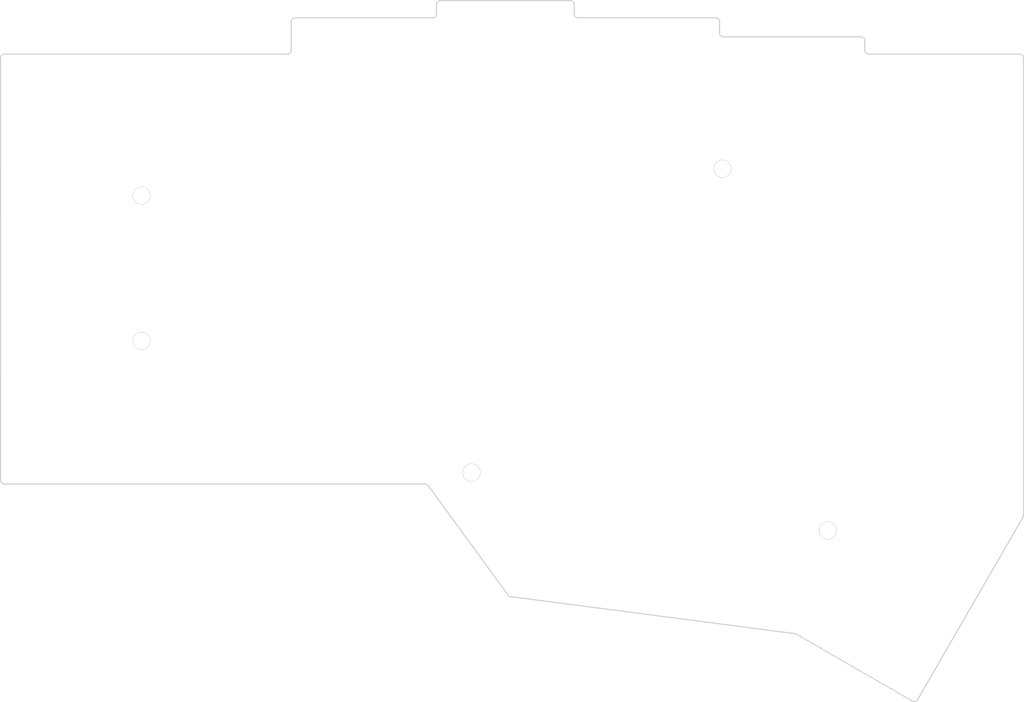
<source format=kicad_pcb>
(kicad_pcb (version 20240108) (generator "ergogen") (generator_version "4.1.0")
  (title_block (title "backplate") (date "2024-11-14") (rev "0.2") (company "ceoloide"))
  (layers (0 "F.Cu" signal) (31 "B.Cu" signal) (34 "B.Paste" user) (35 "F.Paste" user) (36 "B.SilkS" user "B.Silkscreen") (37 "F.SilkS" user "F.Silkscreen") (38 "B.Mask" user) (39 "F.Mask" user) (44 "Edge.Cuts" user))
  (net 0 "")
  (footprint "ceoloide:mounting_hole_npth" (layer "F.Cu") (at 109.5 71.5 0)
    (property "Reference" "MH1" hide)
    (pad "" np_thru_hole circle (at 0 0 0) (size 2.2 2.2) (drill 2.2) (layers "*.Cu" "*.Mask"))
  )
  (footprint "ceoloide:mounting_hole_npth" (layer "F.Cu") (at 109.5 90.5 0)
    (property "Reference" "MH2" hide)
    (pad "" np_thru_hole circle (at 0 0 0) (size 2.2 2.2) (drill 2.2) (layers "*.Cu" "*.Mask"))
  )
  (footprint "ceoloide:mounting_hole_npth" (layer "F.Cu") (at 185.468 67.986 0)
    (property "Reference" "MH3" hide)
    (pad "" np_thru_hole circle (at 0 0 0) (size 2.2 2.2) (drill 2.2) (layers "*.Cu" "*.Mask"))
  )
  (footprint "ceoloide:mounting_hole_npth" (layer "F.Cu") (at 152.657 107.74 0)
    (property "Reference" "MH4" hide)
    (pad "" np_thru_hole circle (at 0 0 0) (size 2.2 2.2) (drill 2.2) (layers "*.Cu" "*.Mask"))
  )
  (footprint "ceoloide:mounting_hole_npth" (layer "F.Cu") (at 199.2410516 115.3236576 60)
    (property "Reference" "MH5" hide)
    (pad "" np_thru_hole circle (at 0 0 60) (size 2.2 2.2) (drill 2.2) (layers "*.Cu" "*.Mask"))
  )
  (gr_line (start 91.08198222285509 108.74001780012622) (end 91.08001777794281 53.49000464193523) (layer Edge.Cuts) (stroke (width 0.15)))
  (gr_line (start 91.58000462794281 52.98998684198348) (end 128.58001314999998 52.98901315754868) (layer Edge.Cuts) (stroke (width 0.15)))
  (gr_line (start 129.08 52.48901315754736) (end 129.08 48.74) (layer Edge.Cuts) (stroke (width 0.15)))
  (gr_line (start 129.58 48.24) (end 147.58 48.24) (layer Edge.Cuts) (stroke (width 0.15)))
  (gr_line (start 148.08 47.74) (end 148.08 46.488) (layer Edge.Cuts) (stroke (width 0.15)))
  (gr_line (start 148.58 45.988) (end 165.582 45.988) (layer Edge.Cuts) (stroke (width 0.15)))
  (gr_line (start 166.082 46.488) (end 166.082 47.74) (layer Edge.Cuts) (stroke (width 0.15)))
  (gr_line (start 166.582 48.24) (end 184.582 48.24) (layer Edge.Cuts) (stroke (width 0.15)))
  (gr_line (start 185.082 48.74) (end 185.082 50.238) (layer Edge.Cuts) (stroke (width 0.15)))
  (gr_line (start 185.582 50.738) (end 203.58222192628773 50.738) (layer Edge.Cuts) (stroke (width 0.15)))
  (gr_line (start 204.08222192628773 51.23777800000971) (end 204.08277807371226 52.49022199999308) (layer Edge.Cuts) (stroke (width 0.15)))
  (gr_line (start 224.518 113.996596) (end 210.97353193043912 137.45836746290388) (layer Edge.Cuts) (stroke (width 0.15)))
  (gr_line (start 210.29050971794075 137.64139668455357) (end 195.12364206223265 128.884801539137) (layer Edge.Cuts) (stroke (width 0.15)))
  (gr_line (start 194.9382670622326 128.82200823913698) (end 157.77296812333506 123.97775897688982) (layer Edge.Cuts) (stroke (width 0.15)))
  (gr_line (start 157.43351034067848 123.77643070068846) (end 146.98977558129695 109.44552227620129) (layer Edge.Cuts) (stroke (width 0.15)))
  (gr_line (start 146.5856927986404 109.24) (end 91.58198222285512 109.24) (layer Edge.Cuts) (stroke (width 0.15)))
  (gr_line (start 204.58277807371226 52.99) (end 224.333 52.99) (layer Edge.Cuts) (stroke (width 0.15)))
  (gr_line (start 224.833 53.49) (end 224.833 113.31702540612952) (layer Edge.Cuts) (stroke (width 0.15)))
  (gr_line (start 224.76601270000006 113.5670254061294) (end 224.518 113.996596) (layer Edge.Cuts) (stroke (width 0.15)))
  (gr_arc (start 91.58000457794282 52.98998684156686) (mid 91.22645337794282 53.13644444156686) (end 91.08001777794281 53.490004741566864) (layer Edge.Cuts) (stroke (width 0.15)))
  (gr_arc (start 128.5800131 52.98901315754736) (mid 128.933558 52.84256195754736) (end 129.08 52.48901315754736) (layer Edge.Cuts) (stroke (width 0.15)))
  (gr_arc (start 129.58 48.24) (mid 129.2264466 48.3864466) (end 129.08 48.74) (layer Edge.Cuts) (stroke (width 0.15)))
  (gr_arc (start 147.58 48.24) (mid 147.93355340000002 48.093553400000005) (end 148.08 47.74) (layer Edge.Cuts) (stroke (width 0.15)))
  (gr_arc (start 148.58 45.988) (mid 148.2264466 46.1344466) (end 148.08 46.488) (layer Edge.Cuts) (stroke (width 0.15)))
  (gr_arc (start 166.082 46.488) (mid 165.9355534 46.1344466) (end 165.582 45.988) (layer Edge.Cuts) (stroke (width 0.15)))
  (gr_arc (start 166.082 47.74) (mid 166.22844659999998 48.093553400000005) (end 166.582 48.24) (layer Edge.Cuts) (stroke (width 0.15)))
  (gr_arc (start 185.082 48.74) (mid 184.9355534 48.3864466) (end 184.582 48.24) (layer Edge.Cuts) (stroke (width 0.15)))
  (gr_arc (start 185.082 50.238) (mid 185.22844659999998 50.5915534) (end 185.582 50.738) (layer Edge.Cuts) (stroke (width 0.15)))
  (gr_arc (start 204.08222192628773 51.237778) (mid 203.93569682628774 50.884368099999996) (end 203.58222192628773 50.738) (layer Edge.Cuts) (stroke (width 0.15)))
  (gr_arc (start 204.08277807371226 52.49022199999069) (mid 204.22930317371225 52.84363189999069) (end 204.58277807371226 52.98999999999069) (layer Edge.Cuts) (stroke (width 0.15)))
  (gr_arc (start 224.833 53.49) (mid 224.6865534 53.1364466) (end 224.333 52.99) (layer Edge.Cuts) (stroke (width 0.15)))
  (gr_arc (start 224.7660127 113.56702540612952) (mid 224.8159629 113.44643490612951) (end 224.833 113.31702540612952) (layer Edge.Cuts) (stroke (width 0.15)))
  (gr_arc (start 210.29050971794078 137.64139668455357) (mid 210.66992841794078 137.69134438455356) (end 210.9735319179408 137.45836748455358) (layer Edge.Cuts) (stroke (width 0.15)))
  (gr_arc (start 195.12364206223262 128.88480153913696) (mid 195.03405706223262 128.84424583913696) (end 194.93826706223263 128.82200823913698) (layer Edge.Cuts) (stroke (width 0.15)))
  (gr_arc (start 157.43351032333507 123.77643067688983) (mid 157.58253422333507 123.91200527688983) (end 157.77296812333506 123.97775897688983) (layer Edge.Cuts) (stroke (width 0.15)))
  (gr_arc (start 146.9897755986404 109.44552229999998) (mid 146.8123656986404 109.29433259999998) (end 146.5856927986404 109.23999999999998) (layer Edge.Cuts) (stroke (width 0.15)))
  (gr_arc (start 91.08198222285512 108.74001779999999) (mid 91.22843512285512 109.0935597) (end 91.58198222285512 109.24) (layer Edge.Cuts) (stroke (width 0.15)))
  (gr_circle (center 109.5 71.5) (end 110.6 71.5) (layer Edge.Cuts) (stroke (width 0.15)) (fill none))
  (gr_circle (center 109.5 90.5) (end 110.6 90.5) (layer Edge.Cuts) (stroke (width 0.15)) (fill none))
  (gr_circle (center 185.468 67.986) (end 186.56799999999998 67.986) (layer Edge.Cuts) (stroke (width 0.15)) (fill none))
  (gr_circle (center 152.657 107.74) (end 153.757 107.74) (layer Edge.Cuts) (stroke (width 0.15)) (fill none))
  (gr_circle (center 199.2410516 115.3236576) (end 200.3410516 115.3236576) (layer Edge.Cuts) (stroke (width 0.15)) (fill none))
)
</source>
